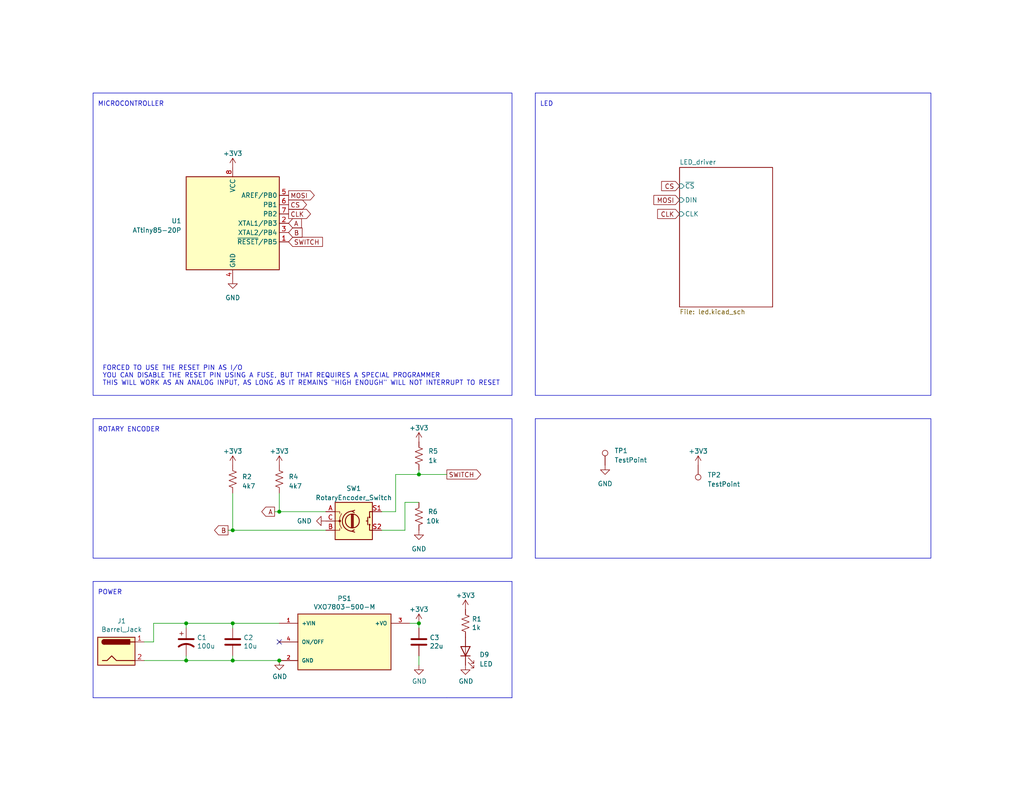
<source format=kicad_sch>
(kicad_sch (version 20230121) (generator eeschema)
  (paper "USLetter")
  (title_block (title "Byte Board") (date "2024-01-16") (rev "C") (company "University of Wisconsin-Madison") (comment 1 "Department of Chemistry") (comment 2 "Instrument Shop") (comment 3 "Blaise Thompson") (comment 4 "blaise.thompson@wisc.edu"))
  (lib_symbols
    (symbol "Connector:Barrel_Jack" (pin_names (offset 1.016))
      (property "Reference" "J" (at 0 5.334 0))
      (property "Value" "Barrel_Jack" (at 0 -5.08 0))
      (symbol "Barrel_Jack_0_1"
        (rectangle (start -5.08 3.81) (end 5.08 -3.81) (stroke (width 0.254)) (fill (type background)))
        (arc (start -3.302 3.175) (mid -3.9343 2.54) (end -3.302 1.905) (stroke (width 0.254)))
        (arc (start -3.302 3.175) (mid -3.9343 2.54) (end -3.302 1.905) (stroke (width 0.254)) (fill (type outline)))
        (polyline (pts (xy 5.08 2.54) (xy 3.81 2.54)) (stroke (width 0.254)))
        (polyline (pts (xy -3.81 -2.54) (xy -2.54 -2.54) (xy -1.27 -1.27) (xy 0 -2.54) (xy 2.54 -2.54) (xy 5.08 -2.54)) (stroke (width 0.254)))
        (rectangle (start 3.683 3.175) (end -3.302 1.905) (stroke (width 0.254)) (fill (type outline)))
      )
      (symbol "Barrel_Jack_1_1"
        (pin passive line (at 7.62 2.54 180) (length 2.54) (name "~") (number "1"))
        (pin passive line (at 7.62 -2.54 180) (length 2.54) (name "~") (number "2"))
      )
    )
    (symbol "Connector:TestPoint" (pin_numbers hide) (pin_names (offset 0.762) hide)
      (property "Reference" "TP" (at 0 6.858 0))
      (property "Value" "TestPoint" (at 0 5.08 0))
      (symbol "TestPoint_0_1"
        (circle (center 0 3.302) (radius 0.762))
      )
      (symbol "TestPoint_1_1"
        (pin passive line (at 0 0 90) (length 2.54) (name "1") (number "1"))
      )
    )
    (symbol "Device:C" (pin_numbers hide) (pin_names (offset 0.254))
      (property "Reference" "C" (at 0.635 2.54 0))
      (property "Value" "C" (at 0.635 -2.54 0))
      (symbol "C_0_1"
        (polyline (pts (xy -2.032 -0.762) (xy 2.032 -0.762)) (stroke (width 0.508)))
        (polyline (pts (xy -2.032 0.762) (xy 2.032 0.762)) (stroke (width 0.508)))
      )
      (symbol "C_1_1"
        (pin passive line (at 0 3.81 270) (length 2.794) (name "~") (number "1"))
        (pin passive line (at 0 -3.81 90) (length 2.794) (name "~") (number "2"))
      )
    )
    (symbol "Device:CP1" (pin_numbers hide) (pin_names (offset 0.254) hide)
      (property "Reference" "C" (at 0.635 2.54 0))
      (property "Value" "Device_CP1" (at 0.635 -2.54 0))
      (symbol "CP1_0_1"
        (polyline (pts (xy -2.032 0.762) (xy 2.032 0.762)) (stroke (width 0.508)))
        (polyline (pts (xy -1.778 2.286) (xy -0.762 2.286)))
        (polyline (pts (xy -1.27 1.778) (xy -1.27 2.794)))
        (arc (start 2.032 -1.27) (mid 0 -0.5572) (end -2.032 -1.27) (stroke (width 0.508)))
      )
      (symbol "CP1_1_1"
        (pin passive line (at 0 3.81 270) (length 2.794) (name "~") (number "1"))
        (pin passive line (at 0 -3.81 90) (length 3.302) (name "~") (number "2"))
      )
    )
    (symbol "Device:LED" (pin_numbers hide) (pin_names (offset 1.016) hide)
      (property "Reference" "D" (at 0 2.54 0))
      (property "Value" "LED" (at 0 -2.54 0))
      (symbol "LED_0_1"
        (polyline (pts (xy -1.27 -1.27) (xy -1.27 1.27)) (stroke (width 0.254)))
        (polyline (pts (xy -1.27 0) (xy 1.27 0)))
        (polyline (pts (xy 1.27 -1.27) (xy 1.27 1.27) (xy -1.27 0) (xy 1.27 -1.27)) (stroke (width 0.254)))
        (polyline (pts (xy -3.048 -0.762) (xy -4.572 -2.286) (xy -3.81 -2.286) (xy -4.572 -2.286) (xy -4.572 -1.524)))
        (polyline (pts (xy -1.778 -0.762) (xy -3.302 -2.286) (xy -2.54 -2.286) (xy -3.302 -2.286) (xy -3.302 -1.524)))
      )
      (symbol "LED_1_1"
        (pin passive line (at -3.81 0 0) (length 2.54) (name "K") (number "1"))
        (pin passive line (at 3.81 0 180) (length 2.54) (name "A") (number "2"))
      )
    )
    (symbol "Device:R_US" (pin_numbers hide) (pin_names (offset 0))
      (property "Reference" "R" (at 2.54 0 90))
      (property "Value" "R_US" (at -2.54 0 90))
      (symbol "R_US_0_1"
        (polyline (pts (xy 0 -2.286) (xy 0 -2.54)))
        (polyline (pts (xy 0 2.286) (xy 0 2.54)))
        (polyline (pts (xy 0 -0.762) (xy 1.016 -1.143) (xy 0 -1.524) (xy -1.016 -1.905) (xy 0 -2.286)))
        (polyline (pts (xy 0 0.762) (xy 1.016 0.381) (xy 0 0) (xy -1.016 -0.381) (xy 0 -0.762)))
        (polyline (pts (xy 0 2.286) (xy 1.016 1.905) (xy 0 1.524) (xy -1.016 1.143) (xy 0 0.762)))
      )
      (symbol "R_US_1_1"
        (pin passive line (at 0 3.81 270) (length 1.27) (name "~") (number "1"))
        (pin passive line (at 0 -3.81 90) (length 1.27) (name "~") (number "2"))
      )
    )
    (symbol "Device:RotaryEncoder_Switch" (pin_names (offset 0.254) hide)
      (property "Reference" "SW" (at 0 6.604 0))
      (property "Value" "RotaryEncoder_Switch" (at 0 -6.604 0))
      (symbol "RotaryEncoder_Switch_0_1"
        (rectangle (start -5.08 5.08) (end 5.08 -5.08) (stroke (width 0.254)) (fill (type background)))
        (circle (center -3.81 0) (radius 0.254) (fill (type outline)))
        (circle (center -0.381 0) (radius 1.905) (stroke (width 0.254)))
        (arc (start -0.381 2.667) (mid -3.0988 -0.0635) (end -0.381 -2.794) (stroke (width 0.254)))
        (polyline (pts (xy -0.635 -1.778) (xy -0.635 1.778)) (stroke (width 0.254)))
        (polyline (pts (xy -0.381 -1.778) (xy -0.381 1.778)) (stroke (width 0.254)))
        (polyline (pts (xy -0.127 1.778) (xy -0.127 -1.778)) (stroke (width 0.254)))
        (polyline (pts (xy 3.81 0) (xy 3.429 0)) (stroke (width 0.254)))
        (polyline (pts (xy 3.81 1.016) (xy 3.81 -1.016)) (stroke (width 0.254)))
        (polyline (pts (xy -5.08 -2.54) (xy -3.81 -2.54) (xy -3.81 -2.032)))
        (polyline (pts (xy -5.08 2.54) (xy -3.81 2.54) (xy -3.81 2.032)))
        (polyline (pts (xy 0.254 -3.048) (xy -0.508 -2.794) (xy 0.127 -2.413)) (stroke (width 0.254)))
        (polyline (pts (xy 0.254 2.921) (xy -0.508 2.667) (xy 0.127 2.286)) (stroke (width 0.254)))
        (polyline (pts (xy 5.08 -2.54) (xy 4.318 -2.54) (xy 4.318 -1.016)) (stroke (width 0.254)))
        (polyline (pts (xy 5.08 2.54) (xy 4.318 2.54) (xy 4.318 1.016)) (stroke (width 0.254)))
        (polyline (pts (xy -5.08 0) (xy -3.81 0) (xy -3.81 -1.016) (xy -3.302 -2.032)))
        (polyline (pts (xy -4.318 0) (xy -3.81 0) (xy -3.81 1.016) (xy -3.302 2.032)))
        (circle (center 4.318 -1.016) (radius 0.127) (stroke (width 0.254)))
        (circle (center 4.318 1.016) (radius 0.127) (stroke (width 0.254)))
      )
      (symbol "RotaryEncoder_Switch_1_1"
        (pin passive line (at -7.62 2.54 0) (length 2.54) (name "A") (number "A"))
        (pin passive line (at -7.62 -2.54 0) (length 2.54) (name "B") (number "B"))
        (pin passive line (at -7.62 0 0) (length 2.54) (name "C") (number "C"))
        (pin passive line (at 7.62 2.54 180) (length 2.54) (name "S1") (number "S1"))
        (pin passive line (at 7.62 -2.54 180) (length 2.54) (name "S2") (number "S2"))
      )
    )
    (symbol "GND_1" (power) (pin_names (offset 0))
      (property "Value" "GND_1" (at 0 -3.81 0))
      (symbol "GND_1_0_1"
        (polyline (pts (xy 0 0) (xy 0 -1.27) (xy 1.27 -1.27) (xy 0 -2.54) (xy -1.27 -1.27) (xy 0 -1.27)))
      )
      (symbol "GND_1_1_1"
        (pin power_in line (at 0 0 270) (length 0) hide (name "GND") (number "1"))
      )
    )
    (symbol "GND_2" (power) (pin_names (offset 0))
      (property "Value" "GND_2" (at 0 -3.81 0))
      (symbol "GND_2_0_1"
        (polyline (pts (xy 0 0) (xy 0 -1.27) (xy 1.27 -1.27) (xy 0 -2.54) (xy -1.27 -1.27) (xy 0 -1.27)))
      )
      (symbol "GND_2_1_1"
        (pin power_in line (at 0 0 270) (length 0) hide (name "GND") (number "1"))
      )
    )
    (symbol "GND_3" (power) (pin_names (offset 0))
      (property "Value" "GND_3" (at 0 -3.81 0))
      (symbol "GND_3_0_1"
        (polyline (pts (xy 0 0) (xy 0 -1.27) (xy 1.27 -1.27) (xy 0 -2.54) (xy -1.27 -1.27) (xy 0 -1.27)))
      )
      (symbol "GND_3_1_1"
        (pin power_in line (at 0 0 270) (length 0) hide (name "GND") (number "1"))
      )
    )
    (symbol "GND_4" (power) (pin_names (offset 0))
      (property "Value" "GND_4" (at 0 -3.81 0))
      (symbol "GND_4_0_1"
        (polyline (pts (xy 0 0) (xy 0 -1.27) (xy 1.27 -1.27) (xy 0 -2.54) (xy -1.27 -1.27) (xy 0 -1.27)))
      )
      (symbol "GND_4_1_1"
        (pin power_in line (at 0 0 270) (length 0) hide (name "GND") (number "1"))
      )
    )
    (symbol "MCU_Microchip_ATtiny:ATtiny85-20P"
      (property "Reference" "U" (at -12.7 13.97 0))
      (property "Value" "ATtiny85-20P" (at 2.54 -13.97 0))
      (symbol "ATtiny85-20P_0_1"
        (rectangle (start -12.7 -12.7) (end 12.7 12.7) (stroke (width 0.254)) (fill (type background)))
      )
      (symbol "ATtiny85-20P_1_1"
        (pin bidirectional line (at 15.24 -5.08 180) (length 2.54) (name "~{RESET}/PB5") (number "1"))
        (pin bidirectional line (at 15.24 0 180) (length 2.54) (name "XTAL1/PB3") (number "2"))
        (pin bidirectional line (at 15.24 -2.54 180) (length 2.54) (name "XTAL2/PB4") (number "3"))
        (pin power_in line (at 0 -15.24 90) (length 2.54) (name "GND") (number "4"))
        (pin bidirectional line (at 15.24 7.62 180) (length 2.54) (name "AREF/PB0") (number "5"))
        (pin bidirectional line (at 15.24 5.08 180) (length 2.54) (name "PB1") (number "6"))
        (pin bidirectional line (at 15.24 2.54 180) (length 2.54) (name "PB2") (number "7"))
        (pin power_in line (at 0 15.24 270) (length 2.54) (name "VCC") (number "8"))
      )
    )
    (symbol "VXO7805-500-M:VXO7805-500-M" (pin_names (offset 1.016))
      (property "Reference" "PS" (at -12.7 8.89 0))
      (property "Value" "VXO7805-500-M" (at -12.7 -8.89 0))
      (symbol "VXO7805-500-M_0_0"
        (pin input line (at -17.78 5.08 0) (length 5.08) (name "+VIN") (number "1"))
        (pin power_in line (at -17.78 -5.08 0) (length 5.08) (name "GND") (number "2"))
        (pin output line (at 17.78 5.08 180) (length 5.08) (name "+VO") (number "3"))
        (pin input line (at -17.78 0 0) (length 5.08) (name "ON/OFF") (number "4"))
      )
      (symbol "VXO7805-500-M_1_1"
        (rectangle (start -12.7 7.62) (end 12.7 -7.62) (stroke (width 0.254)) (fill (type background)))
      )
    )
    (symbol "power:+3V3" (power) (pin_names (offset 0))
      (property "Value" "+3V3" (at 0 3.556 0))
      (symbol "+3V3_0_1"
        (polyline (pts (xy -0.762 1.27) (xy 0 2.54)))
        (polyline (pts (xy 0 0) (xy 0 2.54)))
        (polyline (pts (xy 0 2.54) (xy 0.762 1.27)))
      )
      (symbol "+3V3_1_1"
        (pin power_in line (at 0 0 90) (length 0) hide (name "+3V3") (number "1"))
      )
    )
    (symbol "power:GND" (power) (pin_names (offset 0))
      (property "Value" "GND" (at 0 -3.81 0))
      (symbol "GND_0_1"
        (polyline (pts (xy 0 0) (xy 0 -1.27) (xy 1.27 -1.27) (xy 0 -2.54) (xy -1.27 -1.27) (xy 0 -1.27)))
      )
      (symbol "GND_1_1"
        (pin power_in line (at 0 0 270) (length 0) hide (name "GND") (number "1"))
      )
    )
  )
  (junction (at 114.3 129.54))
  (junction (at 63.5 180.34))
  (junction (at 50.8 170.18))
  (junction (at 76.2 180.34))
  (junction (at 50.8 180.34))
  (junction (at 114.3 170.18))
  (junction (at 63.5 144.78))
  (junction (at 63.5 170.18))
  (junction (at 76.2 139.7))
  (no_connect (at 76.2 175.26))
  (wire (pts (xy 41.91 175.26) (xy 41.91 170.18)))
  (polyline (pts (xy 139.7 190.5) (xy 121.92 190.5)))
  (wire (pts (xy 63.5 170.18) (xy 76.2 170.18)))
  (wire (pts (xy 41.91 170.18) (xy 50.8 170.18)))
  (wire (pts (xy 50.8 179.07) (xy 50.8 180.34)))
  (polyline (pts (xy 25.4 190.5) (xy 25.4 158.75)))
  (wire (pts (xy 63.5 170.18) (xy 63.5 171.45)))
  (polyline (pts (xy 25.4 158.75) (xy 121.92 158.75)))
  (wire (pts (xy 114.3 137.16) (xy 110.49 137.16)))
  (wire (pts (xy 39.37 175.26) (xy 41.91 175.26)))
  (wire (pts (xy 104.14 139.7) (xy 107.95 139.7)))
  (wire (pts (xy 74.93 139.7) (xy 76.2 139.7)))
  (polyline (pts (xy 121.92 158.75) (xy 139.7 158.75)))
  (wire (pts (xy 114.3 170.18) (xy 111.76 170.18)))
  (wire (pts (xy 62.23 144.78) (xy 63.5 144.78)))
  (wire (pts (xy 63.5 179.07) (xy 63.5 180.34)))
  (wire (pts (xy 110.49 144.78) (xy 104.14 144.78)))
  (wire (pts (xy 63.5 144.78) (xy 63.5 134.62)))
  (wire (pts (xy 50.8 180.34) (xy 63.5 180.34)))
  (wire (pts (xy 39.37 180.34) (xy 50.8 180.34)))
  (wire (pts (xy 107.95 129.54) (xy 114.3 129.54)))
  (polyline (pts (xy 139.7 158.75) (xy 139.7 190.5)))
  (wire (pts (xy 50.8 170.18) (xy 63.5 170.18)))
  (wire (pts (xy 114.3 179.07) (xy 114.3 181.61)))
  (wire (pts (xy 114.3 128.27) (xy 114.3 129.54)))
  (wire (pts (xy 63.5 180.34) (xy 76.2 180.34)))
  (wire (pts (xy 76.2 139.7) (xy 76.2 134.62)))
  (wire (pts (xy 107.95 139.7) (xy 107.95 129.54)))
  (polyline (pts (xy 121.92 190.5) (xy 25.4 190.5)))
  (wire (pts (xy 114.3 129.54) (xy 121.92 129.54)))
  (wire (pts (xy 50.8 171.45) (xy 50.8 170.18)))
  (wire (pts (xy 114.3 171.45) (xy 114.3 170.18)))
  (wire (pts (xy 88.9 144.78) (xy 63.5 144.78)))
  (wire (pts (xy 110.49 137.16) (xy 110.49 144.78)))
  (wire (pts (xy 88.9 139.7) (xy 76.2 139.7)))
  (rectangle (start 146.05 114.3) (end 254 152.4))
  (rectangle (start 25.4 114.3) (end 139.7 152.4))
  (rectangle (start 25.4 25.4) (end 139.7 107.95))
  (rectangle (start 146.05 25.4) (end 254 107.95))
  (text "FORCED TO USE THE RESET PIN AS I/O\nYOU CAN DISABLE THE RESET PIN USING A FUSE, BUT THAT REQUIRES A SPECIAL PROGRAMMER\nTHIS WILL WORK AS AN ANALOG INPUT, AS LONG AS IT REMAINS \"HIGH ENOUGH\" WILL NOT INTERRUPT TO RESET" (at 27.94 105.41 0) (effects (font (size 1.27 1.27)) (justify left bottom)))
  (text "LED" (at 147.32 29.21 0) (effects (font (size 1.27 1.27)) (justify left bottom)))
  (text "ROTARY ENCODER" (at 26.67 118.11 0) (effects (font (size 1.27 1.27)) (justify left bottom)))
  (text "MICROCONTROLLER" (at 26.67 29.21 0) (effects (font (size 1.27 1.27)) (justify left bottom)))
  (text "POWER" (at 26.67 162.56 0) (effects (font (size 1.27 1.27)) (justify left bottom)))
  (global_label "CS" (shape input) (at 185.42 50.8 180) (property "Intersheetrefs" "${INTERSHEET_REFS}" (effects hide)))
  (global_label "B" (shape output) (at 62.23 144.78 180) (property "Intersheetrefs" "${INTERSHEET_REFS}" (effects hide)))
  (global_label "A" (shape input) (at 78.74 60.96 0) (property "Intersheetrefs" "${INTERSHEET_REFS}" (effects hide)))
  (global_label "MOSI" (shape input) (at 185.42 54.61 180) (property "Intersheetrefs" "${INTERSHEET_REFS}" (effects hide)))
  (global_label "SWITCH" (shape input) (at 78.74 66.04 0) (property "Intersheetrefs" "${INTERSHEET_REFS}" (effects hide)))
  (global_label "MOSI" (shape output) (at 78.74 53.34 0) (property "Intersheetrefs" "${INTERSHEET_REFS}" (effects hide)))
  (global_label "CLK" (shape output) (at 78.74 58.42 0) (property "Intersheetrefs" "${INTERSHEET_REFS}" (effects hide)))
  (global_label "CLK" (shape input) (at 185.42 58.42 180) (property "Intersheetrefs" "${INTERSHEET_REFS}" (effects hide)))
  (global_label "SWITCH" (shape output) (at 121.92 129.54 0) (property "Intersheetrefs" "${INTERSHEET_REFS}" (effects hide)))
  (global_label "B" (shape input) (at 78.74 63.5 0) (property "Intersheetrefs" "${INTERSHEET_REFS}" (effects hide)))
  (global_label "A" (shape output) (at 74.93 139.7 180) (property "Intersheetrefs" "${INTERSHEET_REFS}" (effects hide)))
  (global_label "CS" (shape output) (at 78.74 55.88 0) (property "Intersheetrefs" "${INTERSHEET_REFS}" (effects hide)))
  (symbol (lib_id "power:+3V3") (at 76.2 127 0) (unit 1)
    (property "Reference" "#PWR09" (effects hide))
    (property "Value" "+3V3" (at 76.2 123.19 0))
  )
  (symbol (lib_id "MCU_Microchip_ATtiny:ATtiny85-20P") (at 63.5 60.96 0) (unit 1)
    (property "Reference" "U1" (at 49.53 60.325 0) (effects (justify right)))
    (property "Value" "ATtiny85-20P" (at 49.53 62.865 0) (effects (justify right)))
    (property "Footprint" "Package_DIP:DIP-8_W7.62mm" (effects hide))
    (property "Datasheet" "http://ww1.microchip.com/downloads/en/DeviceDoc/atmel-2586-avr-8-bit-microcontroller-attiny25-attiny45-attiny85_datasheet.pdf" (effects hide))
  )
  (symbol (lib_id "Device:R_US") (at 114.3 140.97 0) (mirror y) (unit 1)
    (property "Reference" "R6" (at 118.11 139.7 0))
    (property "Value" "10k" (at 118.11 142.24 0))
    (property "Footprint" "Resistor_SMD:R_1206_3216Metric_Pad1.30x1.75mm_HandSolder" (effects hide))
  )
  (symbol (lib_id "power:+3V3") (at 190.5 127 0) (unit 1)
    (property "Reference" "#PWR016" (effects hide))
    (property "Value" "+3V3" (at 190.5 123.19 0))
  )
  (symbol (lib_id "power:+3V3") (at 114.3 120.65 0) (unit 1)
    (property "Reference" "#PWR010" (effects hide))
    (property "Value" "+3V3" (at 114.3 116.84 0))
  )
  (symbol (lib_id "power:GND") (at 114.3 181.61 0) (unit 1)
    (property "Reference" "#PWR03" (effects hide))
    (property "Value" "GND" (at 114.427 186.0042 0))
  )
  (symbol (lib_id "Device:R_US") (at 114.3 124.46 0) (unit 1)
    (property "Reference" "R5" (at 116.84 123.19 0) (effects (justify left)))
    (property "Value" "1k" (at 116.84 125.73 0) (effects (justify left)))
    (property "Footprint" "Resistor_SMD:R_1206_3216Metric_Pad1.30x1.75mm_HandSolder" (effects hide))
  )
  (symbol (lib_id "VXO7805-500-M:VXO7805-500-M") (at 93.98 175.26 0) (unit 1)
    (property "Reference" "PS1" (at 93.98 163.3982 0))
    (property "Value" "VXO7803-500-M" (at 93.98 165.7096 0))
    (property "Footprint" "CONV_VXO7805-500-M" (effects hide))
    (property "Datasheet" "1.0" (effects hide))
    (property "Field4" "3.5 mm" (effects hide))
    (property "Field5" "CUI Inc." (effects hide))
    (property "Field6" "Manufacturer Recommendations" (effects hide))
  )
  (symbol (lib_id "power:+3V3") (at 127 166.37 0) (unit 1)
    (property "Reference" "#PWR04" (effects hide))
    (property "Value" "+3V3" (at 127 162.56 0))
  )
  (symbol (lib_id "power:GND") (at 76.2 180.34 0) (unit 1)
    (property "Reference" "#PWR01" (effects hide))
    (property "Value" "GND" (at 76.327 184.7342 0))
  )
  (symbol (lib_id "power:+3V3") (at 63.5 45.72 0) (unit 1)
    (property "Reference" "#PWR011" (effects hide))
    (property "Value" "+3V3" (at 63.5 41.91 0))
  )
  (symbol (lib_name "GND_1") (lib_id "power:GND") (at 88.9 142.24 270) (unit 1)
    (property "Reference" "#PWR06" (effects hide))
    (property "Value" "GND" (at 85.09 142.24 90) (effects (justify right)))
  )
  (symbol (lib_id "power:+3V3") (at 63.5 127 0) (unit 1)
    (property "Reference" "#PWR08" (effects hide))
    (property "Value" "+3V3" (at 63.5 123.19 0))
  )
  (symbol (lib_id "Device:R_US") (at 76.2 130.81 0) (unit 1)
    (property "Reference" "R4" (at 78.74 130.175 0) (effects (justify left)))
    (property "Value" "4k7" (at 78.74 132.715 0) (effects (justify left)))
    (property "Footprint" "Resistor_SMD:R_1206_3216Metric_Pad1.30x1.75mm_HandSolder" (effects hide))
  )
  (symbol (lib_id "power:GND") (at 127 181.61 0) (unit 1)
    (property "Reference" "#PWR05" (effects hide))
    (property "Value" "GND" (at 127.127 186.0042 0))
  )
  (symbol (lib_id "Device:R_US") (at 63.5 130.81 0) (unit 1)
    (property "Reference" "R2" (at 66.04 130.175 0) (effects (justify left)))
    (property "Value" "4k7" (at 66.04 132.715 0) (effects (justify left)))
    (property "Footprint" "Resistor_SMD:R_1206_3216Metric_Pad1.30x1.75mm_HandSolder" (effects hide))
  )
  (symbol (lib_id "Device:C") (at 114.3 175.26 0) (unit 1)
    (property "Reference" "C3" (at 117.221 174.0916 0) (effects (justify left)))
    (property "Value" "22u" (at 117.221 176.403 0) (effects (justify left)))
    (property "Footprint" "Capacitor_SMD:C_1206_3216Metric_Pad1.33x1.80mm_HandSolder" (effects hide))
  )
  (symbol (lib_name "GND_2") (lib_id "power:GND") (at 63.5 76.2 0) (unit 1)
    (property "Reference" "#PWR012" (effects hide))
    (property "Value" "GND" (at 63.5 81.28 0))
  )
  (symbol (lib_id "Device:R_US") (at 127 170.18 0) (unit 1)
    (property "Reference" "R1" (at 128.7272 169.0116 0) (effects (justify left)))
    (property "Value" "1k" (at 128.7272 171.323 0) (effects (justify left)))
    (property "Footprint" "Resistor_SMD:R_1206_3216Metric_Pad1.30x1.75mm_HandSolder" (effects hide))
  )
  (symbol (lib_id "power:+3V3") (at 114.3 170.18 0) (unit 1)
    (property "Reference" "#PWR02" (effects hide))
    (property "Value" "+3V3" (at 114.3 166.37 0))
  )
  (symbol (lib_id "Connector:TestPoint") (at 165.1 127 0) (unit 1)
    (property "Reference" "TP1" (at 167.64 123.063 0) (effects (justify left)))
    (property "Value" "TestPoint" (at 167.64 125.603 0) (effects (justify left)))
    (property "Footprint" "TestPoint:TestPoint_THTPad_D3.0mm_Drill1.5mm" (effects hide))
  )
  (symbol (lib_id "Device:RotaryEncoder_Switch") (at 96.52 142.24 0) (unit 1)
    (property "Reference" "SW1" (at 96.52 133.35 0))
    (property "Value" "RotaryEncoder_Switch" (at 96.52 135.89 0))
    (property "Footprint" "Rotary_Encoder:RotaryEncoder_Bourns_Vertical_PEC12R-3xxxF-Sxxxx" (effects hide))
  )
  (symbol (lib_id "Connector:Barrel_Jack") (at 31.75 177.8 0) (unit 1)
    (property "Reference" "J1" (at 33.1978 169.545 0))
    (property "Value" "Barrel_Jack" (at 33.1978 171.8564 0))
    (property "Footprint" "Connector_BarrelJack:BarrelJack_Horizontal" (effects hide))
  )
  (symbol (lib_name "GND_3") (lib_id "power:GND") (at 114.3 144.78 0) (unit 1)
    (property "Reference" "#PWR07" (effects hide))
    (property "Value" "GND" (at 114.3 149.86 0))
  )
  (symbol (lib_id "Connector:TestPoint") (at 190.5 127 180) (unit 1)
    (property "Reference" "TP2" (at 193.04 129.667 0) (effects (justify right)))
    (property "Value" "TestPoint" (at 193.04 132.207 0) (effects (justify right)))
    (property "Footprint" "TestPoint:TestPoint_THTPad_D3.0mm_Drill1.5mm" (effects hide))
  )
  (symbol (lib_id "Device:LED") (at 127 177.8 90) (unit 1)
    (property "Reference" "D9" (at 130.81 178.7525 90) (effects (justify right)))
    (property "Value" "LED" (at 130.81 181.2925 90) (effects (justify right)))
    (property "Footprint" "LED_SMD:LED_1206_3216Metric_Pad1.42x1.75mm_HandSolder" (effects hide))
  )
  (symbol (lib_name "GND_4") (lib_id "power:GND") (at 165.1 127 0) (unit 1)
    (property "Reference" "#PWR017" (effects hide))
    (property "Value" "GND" (at 165.1 132.08 0))
  )
  (symbol (lib_id "Device:C") (at 63.5 175.26 0) (unit 1)
    (property "Reference" "C2" (at 66.421 174.0916 0) (effects (justify left)))
    (property "Value" "10u" (at 66.421 176.403 0) (effects (justify left)))
    (property "Footprint" "Capacitor_SMD:C_1206_3216Metric_Pad1.33x1.80mm_HandSolder" (effects hide))
  )
  (symbol (lib_id "Device:CP1") (at 50.8 175.26 0) (unit 1)
    (property "Reference" "C1" (at 53.721 174.0916 0) (effects (justify left)))
    (property "Value" "100u" (at 53.721 176.403 0) (effects (justify left)))
    (property "Footprint" "Capacitor_THT:CP_Radial_Tantal_D7.0mm_P2.50mm" (effects hide))
  )
  (sheet (at 185.42 45.72) (size 25.4 38.1) (stroke (width 0.1524))
    (property "Sheetname" "LED_driver" (at 185.42 45.0084 0) (effects (justify left bottom)))
    (property "Sheetfile" "led.kicad_sch" (at 185.42 84.4046 0) (effects (justify left top)))
    (pin "~{CS}" input (at 185.42 50.8 180))
    (pin "DIN" input (at 185.42 54.61 180))
    (pin "CLK" input (at 185.42 58.42 180))
  )
)
</source>
